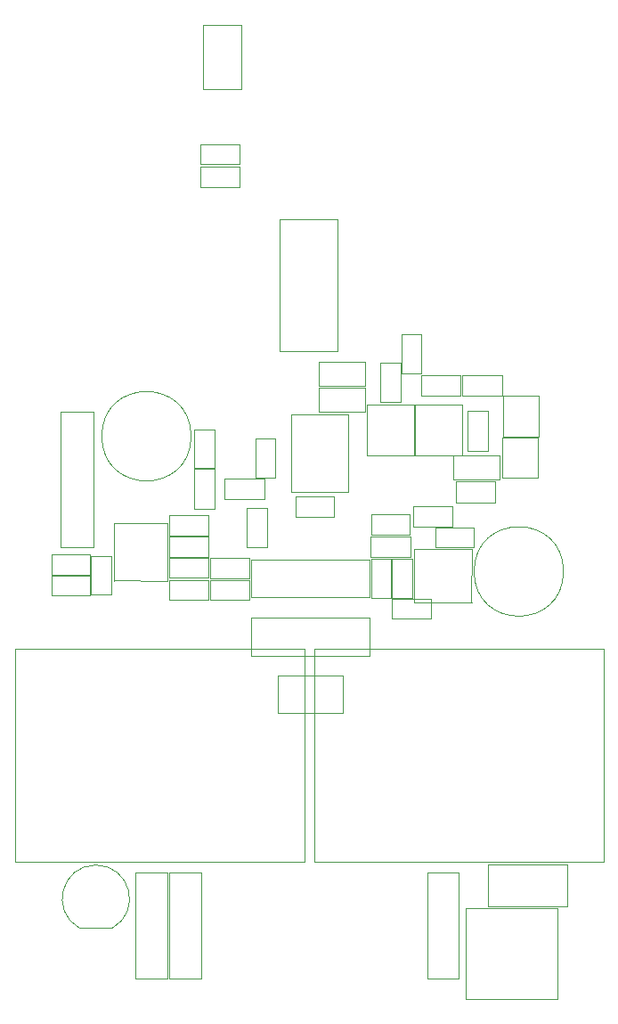
<source format=gbr>
%TF.GenerationSoftware,KiCad,Pcbnew,7.0.5.1-1-g8f565ef7f0-dirty-deb11*%
%TF.CreationDate,2023-08-08T15:30:21+00:00*%
%TF.ProjectId,GreenBean,47726565-6e42-4656-916e-2e6b69636164,rev?*%
%TF.SameCoordinates,Original*%
%TF.FileFunction,Other,User*%
%FSLAX46Y46*%
G04 Gerber Fmt 4.6, Leading zero omitted, Abs format (unit mm)*
G04 Created by KiCad (PCBNEW 7.0.5.1-1-g8f565ef7f0-dirty-deb11) date 2023-08-08 15:30:21*
%MOMM*%
%LPD*%
G01*
G04 APERTURE LIST*
%ADD10C,0.050000*%
G04 APERTURE END LIST*
D10*
%TO.C,J3*%
X142340000Y-112500000D02*
X142340000Y-132730000D01*
X142340000Y-112500000D02*
X114810000Y-112500000D01*
X114810000Y-132730000D02*
X142340000Y-132730000D01*
X114810000Y-112500000D02*
X114810000Y-132730000D01*
%TO.C,J1*%
X132710000Y-53200000D02*
X132710000Y-59350000D01*
X132710000Y-59350000D02*
X136310000Y-59350000D01*
X136310000Y-53200000D02*
X132710000Y-53200000D01*
X136310000Y-59350000D02*
X136310000Y-53200000D01*
%TO.C,JOVGI1*%
X148500000Y-109550000D02*
X137300000Y-109550000D01*
X137300000Y-109550000D02*
X137300000Y-113150000D01*
X148500000Y-113150000D02*
X148500000Y-109550000D01*
X137300000Y-113150000D02*
X148500000Y-113150000D01*
%TO.C,JOVGI2*%
X148500000Y-104000000D02*
X137300000Y-104000000D01*
X137300000Y-104000000D02*
X137300000Y-107600000D01*
X148500000Y-107600000D02*
X148500000Y-104000000D01*
X137300000Y-107600000D02*
X148500000Y-107600000D01*
%TO.C,C2*%
X166350000Y-137100000D02*
X157650000Y-137100000D01*
X157650000Y-137100000D02*
X157650000Y-145800000D01*
X166350000Y-145800000D02*
X166350000Y-137100000D01*
X157650000Y-145800000D02*
X166350000Y-145800000D01*
%TO.C,D1*%
X120950000Y-139040000D02*
X124050000Y-139040000D01*
X124050000Y-139039999D02*
G75*
G03*
X120946840Y-139038248I-1550000J2799999D01*
G01*
%TO.C,R1*%
X157000000Y-133750000D02*
X157000000Y-143850000D01*
X154000000Y-133750000D02*
X157000000Y-133750000D01*
X154000000Y-133750000D02*
X154000000Y-143850000D01*
X157000000Y-143850000D02*
X154000000Y-143850000D01*
%TO.C,R2*%
X126260000Y-143850000D02*
X126260000Y-133750000D01*
X129260000Y-143850000D02*
X126260000Y-143850000D01*
X129260000Y-143850000D02*
X129260000Y-133750000D01*
X126260000Y-133750000D02*
X129260000Y-133750000D01*
%TO.C,R3*%
X132510000Y-133750000D02*
X132510000Y-143850000D01*
X129510000Y-133750000D02*
X132510000Y-133750000D01*
X129510000Y-133750000D02*
X129510000Y-143850000D01*
X132510000Y-143850000D02*
X129510000Y-143850000D01*
%TO.C,C1*%
X159800000Y-133000000D02*
X167300000Y-133000000D01*
X159800000Y-137000000D02*
X159800000Y-133000000D01*
X167300000Y-133000000D02*
X167300000Y-137000000D01*
X167300000Y-137000000D02*
X159800000Y-137000000D01*
%TO.C,J4*%
X145940000Y-115010000D02*
X139790000Y-115010000D01*
X139790000Y-115010000D02*
X139790000Y-118610000D01*
X145940000Y-118610000D02*
X145940000Y-115010000D01*
X139790000Y-118610000D02*
X145940000Y-118610000D01*
%TO.C,J2*%
X143245000Y-132730000D02*
X143245000Y-112500000D01*
X143245000Y-132730000D02*
X170775000Y-132730000D01*
X170775000Y-112500000D02*
X143245000Y-112500000D01*
X170775000Y-132730000D02*
X170775000Y-112500000D01*
%TO.C,R14*%
X141460000Y-98050000D02*
X145160000Y-98050000D01*
X141460000Y-99950000D02*
X141460000Y-98050000D01*
X145160000Y-98050000D02*
X145160000Y-99950000D01*
X145160000Y-99950000D02*
X141460000Y-99950000D01*
%TO.C,SW2*%
X139960000Y-84200000D02*
X139960000Y-71700000D01*
X145460000Y-84200000D02*
X139960000Y-84200000D01*
X139960000Y-71700000D02*
X145460000Y-71700000D01*
X145460000Y-71700000D02*
X145460000Y-84200000D01*
%TO.C,D6*%
X148260000Y-94125000D02*
X152760000Y-94125000D01*
X152760000Y-94125000D02*
X152760000Y-89275000D01*
X148260000Y-89275000D02*
X148260000Y-94125000D01*
X152760000Y-89275000D02*
X148260000Y-89275000D01*
%TO.C,R19*%
X133160000Y-107850000D02*
X129460000Y-107850000D01*
X133160000Y-105950000D02*
X133160000Y-107850000D01*
X129460000Y-107850000D02*
X129460000Y-105950000D01*
X129460000Y-105950000D02*
X133160000Y-105950000D01*
%TO.C,D3*%
X157360000Y-89275000D02*
X152860000Y-89275000D01*
X152860000Y-89275000D02*
X152860000Y-94125000D01*
X157360000Y-94125000D02*
X157360000Y-89275000D01*
X152860000Y-94125000D02*
X157360000Y-94125000D01*
%TO.C,R12*%
X138760000Y-99150000D02*
X138760000Y-102850000D01*
X136860000Y-99150000D02*
X138760000Y-99150000D01*
X138760000Y-102850000D02*
X136860000Y-102850000D01*
X136860000Y-102850000D02*
X136860000Y-99150000D01*
%TO.C,C8*%
X134730000Y-96320000D02*
X138490000Y-96320000D01*
X134730000Y-98280000D02*
X134730000Y-96320000D01*
X138490000Y-96320000D02*
X138490000Y-98280000D01*
X138490000Y-98280000D02*
X134730000Y-98280000D01*
%TO.C,R22*%
X133360000Y-105950000D02*
X137060000Y-105950000D01*
X133360000Y-107850000D02*
X133360000Y-105950000D01*
X137060000Y-105950000D02*
X137060000Y-107850000D01*
X137060000Y-107850000D02*
X133360000Y-107850000D01*
%TO.C,U1*%
X146510000Y-90200000D02*
X141110000Y-90200000D01*
X141110000Y-90200000D02*
X141110000Y-97600000D01*
X146510000Y-97600000D02*
X146510000Y-90200000D01*
X141110000Y-97600000D02*
X146510000Y-97600000D01*
%TO.C,R20*%
X123960000Y-103650000D02*
X123960000Y-107350000D01*
X122060000Y-103650000D02*
X123960000Y-103650000D01*
X123960000Y-107350000D02*
X122060000Y-107350000D01*
X122060000Y-107350000D02*
X122060000Y-103650000D01*
%TO.C,D5*%
X143710000Y-87650000D02*
X143710000Y-89950000D01*
X143710000Y-87650000D02*
X148110000Y-87650000D01*
X148110000Y-87650000D02*
X148110000Y-89950000D01*
X148110000Y-89950000D02*
X143710000Y-89950000D01*
%TO.C,C4*%
X156390000Y-100880000D02*
X152630000Y-100880000D01*
X156390000Y-98920000D02*
X156390000Y-100880000D01*
X152630000Y-100880000D02*
X152630000Y-98920000D01*
X152630000Y-98920000D02*
X156390000Y-98920000D01*
%TO.C,D4*%
X148110000Y-87550000D02*
X148110000Y-85250000D01*
X148110000Y-87550000D02*
X143710000Y-87550000D01*
X143710000Y-87550000D02*
X143710000Y-85250000D01*
X143710000Y-85250000D02*
X148110000Y-85250000D01*
%TO.C,C13*%
X131560000Y-92302651D02*
G75*
G03*
X131560000Y-92302651I-4250000J0D01*
G01*
%TO.C,C6*%
X157190000Y-88480000D02*
X153430000Y-88480000D01*
X157190000Y-86520000D02*
X157190000Y-88480000D01*
X153430000Y-88480000D02*
X153430000Y-86520000D01*
X153430000Y-86520000D02*
X157190000Y-86520000D01*
%TO.C,R7*%
X158460000Y-102850000D02*
X154760000Y-102850000D01*
X158460000Y-100950000D02*
X158460000Y-102850000D01*
X154760000Y-102850000D02*
X154760000Y-100950000D01*
X154760000Y-100950000D02*
X158460000Y-100950000D01*
%TO.C,C3*%
X148630000Y-101820000D02*
X152390000Y-101820000D01*
X148630000Y-103780000D02*
X148630000Y-101820000D01*
X152390000Y-101820000D02*
X152390000Y-103780000D01*
X152390000Y-103780000D02*
X148630000Y-103780000D01*
%TO.C,R11*%
X139560000Y-92550000D02*
X139560000Y-96250000D01*
X137660000Y-92550000D02*
X139560000Y-92550000D01*
X139560000Y-96250000D02*
X137660000Y-96250000D01*
X137660000Y-96250000D02*
X137660000Y-92550000D01*
%TO.C,R13*%
X132460000Y-64550000D02*
X136160000Y-64550000D01*
X132460000Y-66450000D02*
X132460000Y-64550000D01*
X136160000Y-64550000D02*
X136160000Y-66450000D01*
X136160000Y-66450000D02*
X132460000Y-66450000D01*
%TO.C,C12*%
X160490000Y-98580000D02*
X156730000Y-98580000D01*
X160490000Y-96620000D02*
X160490000Y-98580000D01*
X156730000Y-98580000D02*
X156730000Y-96620000D01*
X156730000Y-96620000D02*
X160490000Y-96620000D01*
%TO.C,R5*%
X150660000Y-107650000D02*
X150660000Y-103950000D01*
X152560000Y-107650000D02*
X150660000Y-107650000D01*
X150660000Y-103950000D02*
X152560000Y-103950000D01*
X152560000Y-103950000D02*
X152560000Y-107650000D01*
%TO.C,C9*%
X136190000Y-68680000D02*
X132430000Y-68680000D01*
X136190000Y-66720000D02*
X136190000Y-68680000D01*
X132430000Y-68680000D02*
X132430000Y-66720000D01*
X132430000Y-66720000D02*
X136190000Y-66720000D01*
%TO.C,R9*%
X152360000Y-101650000D02*
X148660000Y-101650000D01*
X152360000Y-99750000D02*
X152360000Y-101650000D01*
X148660000Y-101650000D02*
X148660000Y-99750000D01*
X148660000Y-99750000D02*
X152360000Y-99750000D01*
%TO.C,Q1*%
X158220000Y-108100000D02*
X152760000Y-108100000D01*
X158210000Y-108100000D02*
X158220000Y-103040000D01*
X152760000Y-103040000D02*
X158220000Y-103040000D01*
X152760000Y-103040000D02*
X152760000Y-108100000D01*
%TO.C,R6*%
X150660000Y-107750000D02*
X154360000Y-107750000D01*
X150660000Y-109650000D02*
X150660000Y-107750000D01*
X154360000Y-107750000D02*
X154360000Y-109650000D01*
X154360000Y-109650000D02*
X150660000Y-109650000D01*
%TO.C,R16*%
X118260000Y-103550000D02*
X121960000Y-103550000D01*
X118260000Y-105450000D02*
X118260000Y-103550000D01*
X121960000Y-103550000D02*
X121960000Y-105450000D01*
X121960000Y-105450000D02*
X118260000Y-105450000D01*
%TO.C,C10*%
X166960000Y-105150000D02*
G75*
G03*
X166960000Y-105150000I-4250000J0D01*
G01*
%TO.C,R18*%
X129460000Y-101850000D02*
X133160000Y-101850000D01*
X129460000Y-103750000D02*
X129460000Y-101850000D01*
X133160000Y-101850000D02*
X133160000Y-103750000D01*
X133160000Y-103750000D02*
X129460000Y-103750000D01*
%TO.C,C11*%
X131830000Y-99180000D02*
X131830000Y-95420000D01*
X133790000Y-99180000D02*
X131830000Y-99180000D01*
X131830000Y-95420000D02*
X133790000Y-95420000D01*
X133790000Y-95420000D02*
X133790000Y-99180000D01*
%TO.C,C14*%
X133190000Y-101780000D02*
X129430000Y-101780000D01*
X133190000Y-99820000D02*
X133190000Y-101780000D01*
X129430000Y-101780000D02*
X129430000Y-99820000D01*
X129430000Y-99820000D02*
X133190000Y-99820000D01*
%TO.C,C5*%
X157367500Y-86520000D02*
X161127500Y-86520000D01*
X157367500Y-88480000D02*
X157367500Y-86520000D01*
X161127500Y-86520000D02*
X161127500Y-88480000D01*
X161127500Y-88480000D02*
X157367500Y-88480000D01*
%TO.C,R21*%
X129460000Y-103850000D02*
X133160000Y-103850000D01*
X129460000Y-105750000D02*
X129460000Y-103850000D01*
X133160000Y-103850000D02*
X133160000Y-105750000D01*
X133160000Y-105750000D02*
X129460000Y-105750000D01*
%TO.C,Q4*%
X124230000Y-106030000D02*
X124230000Y-100570000D01*
X124230000Y-106020000D02*
X129290000Y-106030000D01*
X129290000Y-100570000D02*
X129290000Y-106030000D01*
X129290000Y-100570000D02*
X124230000Y-100570000D01*
%TO.C,Q5*%
X161210000Y-92320000D02*
X164610000Y-92320000D01*
X164610000Y-92320000D02*
X164610000Y-88480000D01*
X161210000Y-88480000D02*
X161210000Y-92320000D01*
X164610000Y-88480000D02*
X161210000Y-88480000D01*
%TO.C,R8*%
X151560000Y-86350000D02*
X151560000Y-82650000D01*
X153460000Y-86350000D02*
X151560000Y-86350000D01*
X151560000Y-82650000D02*
X153460000Y-82650000D01*
X153460000Y-82650000D02*
X153460000Y-86350000D01*
%TO.C,R10*%
X151460000Y-85350000D02*
X151460000Y-89050000D01*
X149560000Y-85350000D02*
X151460000Y-85350000D01*
X151460000Y-89050000D02*
X149560000Y-89050000D01*
X149560000Y-89050000D02*
X149560000Y-85350000D01*
%TO.C,C7*%
X157830000Y-93680000D02*
X157830000Y-89920000D01*
X159790000Y-93680000D02*
X157830000Y-93680000D01*
X157830000Y-89920000D02*
X159790000Y-89920000D01*
X159790000Y-89920000D02*
X159790000Y-93680000D01*
%TO.C,C15*%
X133330000Y-103820000D02*
X137090000Y-103820000D01*
X133330000Y-105780000D02*
X133330000Y-103820000D01*
X137090000Y-103820000D02*
X137090000Y-105780000D01*
X137090000Y-105780000D02*
X133330000Y-105780000D01*
%TO.C,Q2*%
X164560000Y-92417500D02*
X161160000Y-92417500D01*
X161160000Y-92417500D02*
X161160000Y-96257500D01*
X164560000Y-96257500D02*
X164560000Y-92417500D01*
X161160000Y-96257500D02*
X164560000Y-96257500D01*
%TO.C,R17*%
X131860000Y-95350000D02*
X131860000Y-91650000D01*
X133760000Y-95350000D02*
X131860000Y-95350000D01*
X131860000Y-91650000D02*
X133760000Y-91650000D01*
X133760000Y-91650000D02*
X133760000Y-95350000D01*
%TO.C,D2*%
X160910000Y-96450000D02*
X160910000Y-94150000D01*
X160910000Y-96450000D02*
X156510000Y-96450000D01*
X156510000Y-96450000D02*
X156510000Y-94150000D01*
X156510000Y-94150000D02*
X160910000Y-94150000D01*
%TO.C,R15*%
X118260000Y-105550000D02*
X121960000Y-105550000D01*
X118260000Y-107450000D02*
X118260000Y-105550000D01*
X121960000Y-105550000D02*
X121960000Y-107450000D01*
X121960000Y-107450000D02*
X118260000Y-107450000D01*
%TO.C,R4*%
X148660000Y-107650000D02*
X148660000Y-103950000D01*
X150560000Y-107650000D02*
X148660000Y-107650000D01*
X148660000Y-103950000D02*
X150560000Y-103950000D01*
X150560000Y-103950000D02*
X150560000Y-107650000D01*
%TO.C,D7*%
X119110000Y-102830000D02*
X122310000Y-102830000D01*
X122310000Y-102830000D02*
X122310000Y-89970000D01*
X119110000Y-89970000D02*
X119110000Y-102830000D01*
X122310000Y-89970000D02*
X119110000Y-89970000D01*
%TD*%
M02*

</source>
